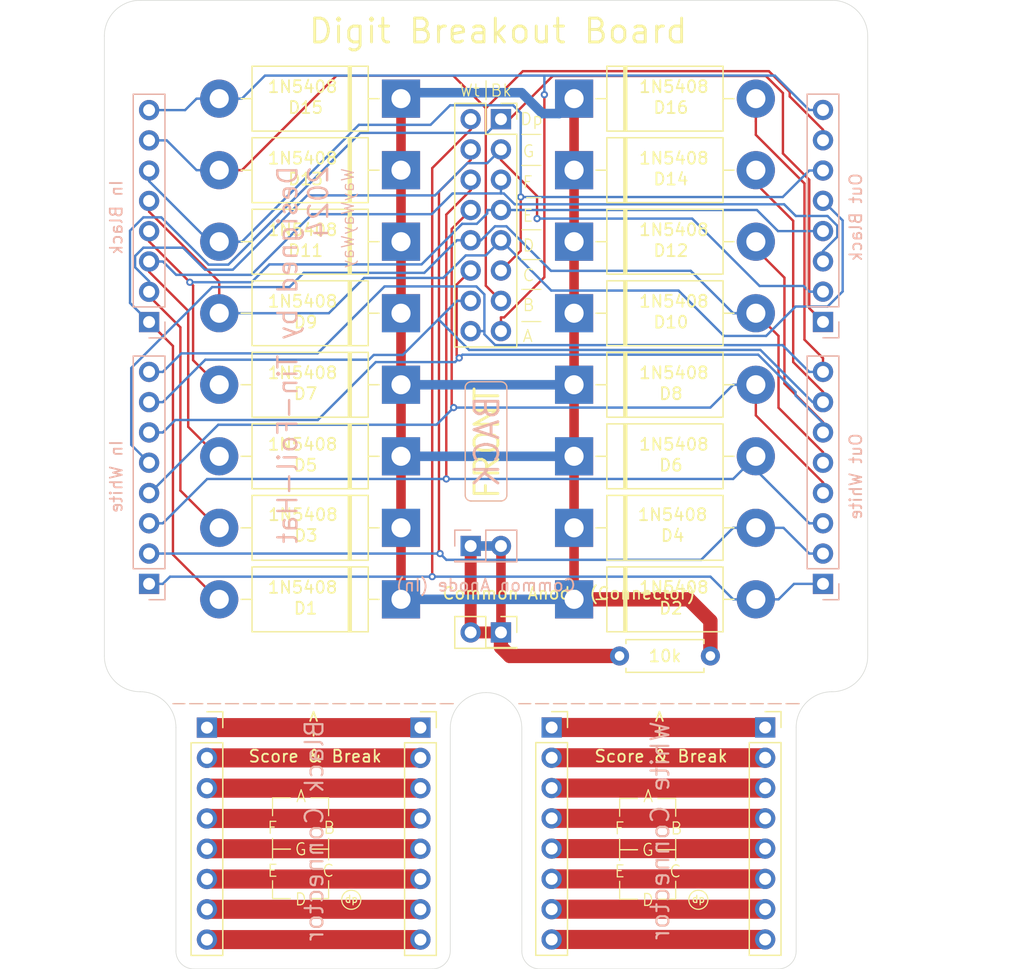
<source format=kicad_pcb>
(kicad_pcb (version 20240108) (generator "pcbnew") (generator_version "8.0")
  (layers (0 "F.Cu" signal) (31 "B.Cu" signal) (34 "B.Paste" user) (35 "F.Paste" user) (36 "B.SilkS" user "B.Silkscreen") (37 "F.SilkS" user "F.Silkscreen") (38 "B.Mask" user) (39 "F.Mask" user) (44 "Edge.Cuts" user))
  (net 0 "")
  (net 1 "Net-(D1-A)")
  (net 2 "Com Anode")
  (net 3 "Net-(D2-A)")
  (net 4 "Net-(D3-A)")
  (net 5 "Net-(D4-A)")
  (net 6 "Net-(D5-A)")
  (net 7 "Net-(D6-A)")
  (net 8 "Net-(D7-A)")
  (net 9 "Net-(D8-A)")
  (net 10 "Net-(D9-A)")
  (net 11 "Net-(D10-A)")
  (net 12 "Net-(D11-A)")
  (net 13 "Net-(D12-A)")
  (net 14 "Net-(D13-A)")
  (net 15 "Net-(D14-A)")
  (net 16 "Net-(D15-A)")
  (net 17 "Net-(D16-A)")
  (net 18 "Net-(J10-Pin_6)")
  (net 19 "Net-(J10-Pin_2)")
  (net 20 "Net-(J10-Pin_5)")
  (net 21 "Net-(J10-Pin_7)")
  (net 22 "Net-(J10-Pin_8)")
  (net 23 "Net-(J10-Pin_1)")
  (net 24 "Net-(J10-Pin_4)")
  (net 25 "Net-(J10-Pin_3)")
  (net 26 "Net-(J11-Pin_6)")
  (net 27 "Net-(J11-Pin_2)")
  (net 28 "Net-(J11-Pin_5)")
  (net 29 "Net-(J11-Pin_7)")
  (net 30 "Net-(J11-Pin_8)")
  (net 31 "Net-(J11-Pin_1)")
  (net 32 "Net-(J11-Pin_4)")
  (net 33 "Net-(J11-Pin_3)")
  (net 34 "Net-(D1-K)")
  (footprint "Connector_PinSocket_2.54mm:PinSocket_1x08_P2.54mm_Vertical" (layer "F.Cu") (at 147.5 122.25)
    (property "Reference" "J9" (hide yes))
    (property "Value" "White (Out - Out)" (hide yes))
  )
  (footprint "Diode_THT:D_DO-201AD_P15.24mm_Horizontal" (layer "F.Cu") (at 134.87 99.5 180)
    (property "Reference" "D5")
    (property "Value" "1N5408")
  )
  (footprint "Connector_PinSocket_2.54mm:PinSocket_2x08_P2.54mm_Vertical" (layer "F.Cu") (at 143.25 71.22)
    (property "Reference" "J12" (hide yes))
    (property "Value" "Black and White (Conn)" (hide yes))
  )
  (footprint "Diode_THT:D_DO-201AD_P15.24mm_Horizontal" (layer "F.Cu") (at 149.38 111.5)
    (property "Reference" "D2")
    (property "Value" "1N5408")
  )
  (footprint "Diode_THT:D_DO-201AD_P15.24mm_Horizontal" (layer "F.Cu") (at 149.38 81.5)
    (property "Reference" "D12")
    (property "Value" "1N5408")
  )
  (footprint "Diode_THT:D_DO-201AD_P15.24mm_Horizontal" (layer "F.Cu") (at 134.87 105.5 180)
    (property "Reference" "D3")
    (property "Value" "1N5408")
  )
  (footprint "Diode_THT:D_DO-201AD_P15.24mm_Horizontal" (layer "F.Cu") (at 149.38 93.5)
    (property "Reference" "D8")
    (property "Value" "1N5408")
  )
  (footprint "Diode_THT:D_DO-201AD_P15.24mm_Horizontal" (layer "F.Cu") (at 134.87 93.5 180)
    (property "Reference" "D7")
    (property "Value" "1N5408")
  )
  (footprint "Diode_THT:D_DO-201AD_P15.24mm_Horizontal" (layer "F.Cu") (at 149.38 99.5)
    (property "Reference" "D6")
    (property "Value" "1N5408")
  )
  (footprint "Connector_PinSocket_2.54mm:PinSocket_2x01_P2.54mm_Vertical" (layer "F.Cu") (at 143.25 114.275)
    (property "Reference" "J3" (hide yes))
    (property "Value" "Common Anode (Connector)")
  )
  (footprint "Connector_PinSocket_2.54mm:PinSocket_1x08_P2.54mm_Vertical" (layer "F.Cu") (at 136.5 122.26)
    (property "Reference" "J10" (hide yes))
    (property "Value" "Black (Out - Out)" (hide yes))
  )
  (footprint "Diode_THT:D_DO-201AD_P15.24mm_Horizontal" (layer "F.Cu") (at 149.38 75.5)
    (property "Reference" "D14")
    (property "Value" "1N5408")
  )
  (footprint "Diode_THT:D_DO-201AD_P15.24mm_Horizontal" (layer "F.Cu") (at 134.87 69.5 180)
    (property "Reference" "D15")
    (property "Value" "1N5408")
  )
  (footprint "Resistor_THT:R_Axial_DIN0207_L6.3mm_D2.5mm_P7.62mm_Horizontal" (layer "F.Cu") (at 160.81 116.25 180)
    (property "Reference" "R1" (hide yes))
    (property "Value" "10k")
  )
  (footprint "Diode_THT:D_DO-201AD_P15.24mm_Horizontal" (layer "F.Cu") (at 134.87 87.5 180)
    (property "Reference" "D9")
    (property "Value" "1N5408")
  )
  (footprint "Diode_THT:D_DO-201AD_P15.24mm_Horizontal" (layer "F.Cu") (at 134.87 81.5 180)
    (property "Reference" "D11")
    (property "Value" "1N5408")
  )
  (footprint "Connector_PinSocket_2.54mm:PinSocket_1x08_P2.54mm_Vertical" (layer "F.Cu") (at 118.6 122.26)
    (property "Reference" "J8" (hide yes))
    (property "Value" "Black Connector" (hide yes))
  )
  (footprint "Diode_THT:D_DO-201AD_P15.24mm_Horizontal" (layer "F.Cu") (at 149.38 105.5)
    (property "Reference" "D4")
    (property "Value" "1N5408")
  )
  (footprint "Diode_THT:D_DO-201AD_P15.24mm_Horizontal" (layer "F.Cu") (at 149.38 87.5)
    (property "Reference" "D10")
    (property "Value" "1N5408")
  )
  (footprint "Connector_PinSocket_2.54mm:PinSocket_1x08_P2.54mm_Vertical" (layer "F.Cu") (at 165.4 122.25)
    (property "Reference" "J11" (hide yes))
    (property "Value" "White Connector" (hide yes))
  )
  (footprint "Diode_THT:D_DO-201AD_P15.24mm_Horizontal" (layer "F.Cu") (at 134.87 111.5 180)
    (property "Reference" "D1")
    (property "Value" "1N5408")
  )
  (footprint "Diode_THT:D_DO-201AD_P15.24mm_Horizontal" (layer "F.Cu") (at 149.38 69.5)
    (property "Reference" "D16")
    (property "Value" "1N5408")
  )
  (footprint "Diode_THT:D_DO-201AD_P15.24mm_Horizontal" (layer "F.Cu") (at 134.87 75.5 180)
    (property "Reference" "D13")
    (property "Value" "1N5408")
  )
  (footprint "Connector_PinSocket_2.54mm:PinSocket_1x08_P2.54mm_Vertical" (layer "B.Cu") (at 170.25 88.23)
    (property "Reference" "J6" (hide yes))
    (property "Value" "Out Black")
  )
  (footprint "Connector_PinSocket_2.54mm:PinSocket_2x01_P2.54mm_Vertical" (layer "B.Cu") (at 140.71 107.025 180)
    (property "Reference" "J5" (hide yes))
    (property "Value" "Common Anode (In)")
  )
  (footprint "Connector_PinSocket_2.54mm:PinSocket_1x08_P2.54mm_Vertical" (layer "B.Cu") (at 113.75 110.2)
    (property "Reference" "J2" (hide yes))
    (property "Value" "In White")
  )
  (footprint "Connector_PinSocket_2.54mm:PinSocket_1x08_P2.54mm_Vertical" (layer "B.Cu") (at 113.75 88.24)
    (property "Reference" "J1" (hide yes))
    (property "Value" "In Black")
  )
  (footprint "Connector_PinSocket_2.54mm:PinSocket_1x08_P2.54mm_Vertical" (layer "B.Cu") (at 170.25 110.2)
    (property "Reference" "J7" (hide yes))
    (property "Value" "Out White")
  )
  (gr_arc (start 140.75 103.25) (mid 140.396447 103.103553) (end 140.25 102.75) (stroke (width 0.1)) (layer "B.SilkS"))
  (gr_line (start 168.25 120.25) (end 144.75 120.25) (stroke (width 0.1) (type dash)) (layer "B.SilkS"))
  (gr_line (start 140.75 93.25) (end 143.25 93.25) (stroke (width 0.1)) (layer "B.SilkS"))
  (gr_arc (start 143.25 93.25) (mid 143.603553 93.396447) (end 143.75 93.75) (stroke (width 0.1)) (layer "B.SilkS"))
  (gr_arc (start 143.75 102.75) (mid 143.603553 103.103553) (end 143.25 103.25) (stroke (width 0.1)) (layer "B.SilkS"))
  (gr_line (start 143.75 93.75) (end 143.75 102.75) (stroke (width 0.1)) (layer "B.SilkS"))
  (gr_line (start 139.25 120.25) (end 115.75 120.25) (stroke (width 0.1) (type dash)) (layer "B.SilkS"))
  (gr_line (start 143.25 103.25) (end 140.75 103.25) (stroke (width 0.1)) (layer "B.SilkS"))
  (gr_line (start 140.25 102.75) (end 140.25 93.75) (stroke (width 0.1)) (layer "B.SilkS"))
  (gr_arc (start 140.25 93.75) (mid 140.396447 93.396447) (end 140.75 93.25) (stroke (width 0.1)) (layer "B.SilkS"))
  (gr_line (start 157.9 136.65) (end 157.9 135.15) (stroke (width 0.1)) (layer "F.SilkS"))
  (gr_line (start 128.8 132.45) (end 128.8 131.55) (stroke (width 0.1)) (layer "F.SilkS"))
  (gr_line (start 128.8 128.15) (end 128.8 129.65) (stroke (width 0.1)) (layer "F.SilkS"))
  (gr_line (start 128.8 136.6) (end 128.8 135.1) (stroke (width 0.1)) (layer "F.SilkS"))
  (gr_line (start 124.1 132.45) (end 125.6 132.45) (stroke (width 0.1)) (layer "F.SilkS"))
  (gr_circle (center 130.7 136.7) (end 130.7 137.5) (stroke (width 0.1)) (fill none) (layer "F.SilkS"))
  (gr_line (start 139.25 120.25) (end 115.75 120.25) (stroke (width 0.1) (type dash)) (layer "F.SilkS"))
  (gr_line (start 157.9 132.5) (end 156.4 132.5) (stroke (width 0.1)) (layer "F.SilkS"))
  (gr_circle (center 159.8 136.7) (end 159.8 137.5) (stroke (width 0.1)) (fill none) (layer "F.SilkS"))
  (gr_line (start 153.2 136.65) (end 153.2 135.15) (stroke (width 0.1)) (layer "F.SilkS"))
  (gr_line (start 168.25 120.25) (end 144.75 120.25) (stroke (width 0.1) (type dash)) (layer "F.SilkS"))
  (gr_line (start 145 83) (end 146.6 83) (stroke (width 0.1)) (layer "F.SilkS"))
  (gr_line (start 157.9 132.5) (end 157.9 131.6) (stroke (width 0.1)) (layer "F.SilkS"))
  (gr_line (start 128.8 128.15) (end 127.3 128.15) (stroke (width 0.1)) (layer "F.SilkS"))
  (gr_arc (start 143.75 102.75) (mid 143.603553 103.103553) (end 143.25 103.25) (stroke (width 0.1)) (layer "F.SilkS"))
  (gr_line (start 157.9 133.4) (end 157.9 132.5) (stroke (width 0.1)) (layer "F.SilkS"))
  (gr_line (start 142 68) (end 142 69.6) (stroke (width 0.1)) (layer "F.SilkS"))
  (gr_line (start 128.8 136.6) (end 127.3 136.6) (stroke (width 0.1)) (layer "F.SilkS"))
  (gr_line (start 124.1 128.15) (end 124.1 129.65) (stroke (width 0.1)) (layer "F.SilkS"))
  (gr_line (start 153.2 128.2) (end 154.7 128.2) (stroke (width 0.1)) (layer "F.SilkS"))
  (gr_arc (start 140.25 93.75) (mid 140.396447 93.396447) (end 140.75 93.25) (stroke (width 0.1)) (layer "F.SilkS"))
  (gr_line (start 153.2 132.5) (end 153.2 131.6) (stroke (width 0.1)) (layer "F.SilkS"))
  (gr_line (start 153.2 132.5) (end 154.7 132.5) (stroke (width 0.1)) (layer "F.SilkS"))
  (gr_line (start 145.4 77.8) (end 146.6 77.8) (stroke (width 0.1)) (layer "F.SilkS"))
  (gr_line (start 157.9 128.2) (end 157.9 129.7) (stroke (width 0.1)) (layer "F.SilkS"))
  (gr_line (start 128.8 132.45) (end 127.3 132.45) (stroke (width 0.1)) (layer "F.SilkS"))
  (gr_line (start 145 80.5) (end 146.6 80.5) (stroke (width 0.1)) (layer "F.SilkS"))
  (gr_line (start 145 75.1) (end 146.6 75.1) (stroke (width 0.1)) (layer "F.SilkS"))
  (gr_line (start 124.1 136.6) (end 124.1 135.1) (stroke (width 0.1)) (layer "F.SilkS"))
  (gr_line (start 157.9 132.5) (end 156.4 132.5) (stroke (width 0.1)) (layer "F.SilkS"))
  (gr_line (start 145 85.5) (end 146.6 85.5) (stroke (width 0.1)) (layer "F.SilkS"))
  (gr_line (start 128.8 133.35) (end 128.8 132.45) (stroke (width 0.1)) (layer "F.SilkS"))
  (gr_line (start 153.2 133.4) (end 153.2 132.5) (stroke (width 0.1)) (layer "F.SilkS"))
  (gr_line (start 140.75 93.25) (end 143.25 93.25) (stroke (width 0.1)) (layer "F.SilkS"))
  (gr_line (start 157.9 128.2) (end 156.4 128.2) (stroke (width 0.1)) (layer "F.SilkS"))
  (gr_line (start 153.2 132.5) (end 154.7 132.5) (stroke (width 0.1)) (layer "F.SilkS"))
  (gr_line (start 143.75 93.75) (end 143.75 102.75) (stroke (width 0.1)) (layer "F.SilkS"))
  (gr_line (start 124.1 133.35) (end 124.1 132.45) (stroke (width 0.1)) (layer "F.SilkS"))
  (gr_line (start 157.9 136.65) (end 156.4 136.65) (stroke (width 0.1)) (layer "F.SilkS"))
  (gr_line (start 124.1 136.6) (end 125.6 136.6) (stroke (width 0.1)) (layer "F.SilkS"))
  (gr_line (start 146.6 88.2) (end 145 88.2) (stroke (width 0.1)) (layer "F.SilkS"))
  (gr_line (start 153.2 128.2) (end 153.2 129.7) (stroke (width 0.1)) (layer "F.SilkS"))
  (gr_line (start 145 72.5) (end 146.6 72.5) (stroke (width 0.1)) (layer "F.SilkS"))
  (gr_line (start 128.8 132.45) (end 127.3 132.45) (stroke (width 0.1)) (layer "F.SilkS"))
  (gr_line (start 124.1 132.45) (end 125.6 132.45) (stroke (width 0.1)) (layer "F.SilkS"))
  (gr_line (start 143.25 103.25) (end 140.75 103.25) (stroke (width 0.1)) (layer "F.SilkS"))
  (gr_line (start 124.1 128.15) (end 125.6 128.15) (stroke (width 0.1)) (layer "F.SilkS"))
  (gr_line (start 140.25 102.75) (end 140.25 93.75) (stroke (width 0.1)) (layer "F.SilkS"))
  (gr_line (start 124.1 132.45) (end 124.1 131.55) (stroke (width 0.1)) (layer "F.SilkS"))
  (gr_line (start 153.2 136.65) (end 154.7 136.65) (stroke (width 0.1)) (layer "F.SilkS"))
  (gr_arc (start 140.75 103.25) (mid 140.396447 103.103553) (end 140.25 102.75) (stroke (width 0.1)) (layer "F.SilkS"))
  (gr_arc (start 143.25 93.25) (mid 143.603553 93.396447) (end 143.75 93.75) (stroke (width 0.1)) (layer "F.SilkS"))
  (gr_line (start 144.99897 122.399973) (end 145.000001 141) (stroke (width 0.05)) (layer "Edge.Cuts"))
  (gr_arc (start 112.999999 119.250001) (mid 110.878679 118.371321) (end 109.999999 116.250001) (stroke (width 0.05)) (layer "Edge.Cuts"))
  (gr_arc (start 117.5 142.5) (mid 116.43934 142.06066) (end 116 141) (stroke (width 0.05)) (layer "Edge.Cuts"))
  (gr_arc (start 174 116.25) (mid 173.12132 118.37132) (end 171 119.25) (stroke (width 0.05)) (layer "Edge.Cuts"))
  (gr_arc (start 139 141.000001) (mid 138.56066 142.060661) (end 137.5 142.500001) (stroke (width 0.05)) (layer "Edge.Cuts"))
  (gr_arc (start 139.000001 122.32132) (mid 139.87868 120.2) (end 142 119.32132) (stroke (width 0.05)) (layer "Edge.Cuts"))
  (gr_arc (start 171 61.25) (mid 173.12132 62.12868) (end 174 64.25) (stroke (width 0.05)) (layer "Edge.Cuts"))
  (gr_arc (start 146.500001 142.5) (mid 145.439341 142.06066) (end 145.000001 141) (stroke (width 0.05)) (layer "Edge.Cuts"))
  (gr_line (start 117.5 142.5) (end 137.5 142.500001) (stroke (width 0.05)) (layer "Edge.Cuts"))
  (gr_line (start 166.499999 142.500001) (end 146.500001 142.5) (stroke (width 0.05)) (layer "Edge.Cuts"))
  (gr_line (start 167.999999 141.000001) (end 168 122.250001) (stroke (width 0.05)) (layer "Edge.Cuts"))
  (gr_arc (start 167.999999 141.000001) (mid 167.560659 142.060661) (end 166.499999 142.500001) (stroke (width 0.05)) (layer "Edge.Cuts"))
  (gr_arc (start 110 64.25) (mid 110.87868 62.12868) (end 113 61.25) (stroke (width 0.05)) (layer "Edge.Cuts"))
  (gr_line (start 174 64.25) (end 174 116.25) (stroke (width 0.05)) (layer "Edge.Cuts"))
  (gr_line (start 115.999999 122.25) (end 116 141) (stroke (width 0.05)) (layer "Edge.Cuts"))
  (gr_line (start 139 141.000001) (end 139.000001 122.32132) (stroke (width 0.05)) (layer "Edge.Cuts"))
  (gr_arc (start 142 119.32132) (mid 144.148949 120.227992) (end 144.99897 122.399973) (stroke (width 0.05)) (layer "Edge.Cuts"))
  (gr_arc (start 168 122.250001) (mid 168.878679 120.12868) (end 171 119.25) (stroke (width 0.05)) (layer "Edge.Cuts"))
  (gr_arc (start 112.999999 119.250001) (mid 115.121319 120.12868) (end 115.999999 122.25) (stroke (width 0.05)) (layer "Edge.Cuts"))
  (gr_line (start 109.999999 116.250001) (end 110 64.25) (stroke (width 0.05)) (layer "Edge.Cuts"))
  (gr_line (start 113 61.25) (end 171 61.25) (stroke (width 0.05)) (layer "Edge.Cuts"))
  (gr_text "BACK" (at 143.25 94.25 90) (layer "B.SilkS") (effects (font (size 2 2) (thickness 0.24)) (justify left bottom mirror)))
  (gr_text "Black Connector" (at 127.6 130.9 90) (layer "B.SilkS") (effects (font (size 1.5 1.5) (thickness 0.18)) (justify mirror)))
  (gr_text "White Connector" (at 156.6 130.9 90) (layer "B.SilkS") (effects (font (size 1.5 1.5) (thickness 0.18)) (justify mirror)))
  (gr_text "Designed by Tin-Foil-Hat\n2024" (at 128.88 75 90) (layer "B.SilkS") (effects (font (size 1.6 1.6) (thickness 0.2)) (justify left bottom mirror)))
  (gr_text "WayWayWay" (at 131 75.25 90) (layer "B.SilkS") (effects (font (size 1 1) (thickness 0.1)) (justify left bottom mirror)))
  (gr_text "A" (at 145 90 0) (layer "F.SilkS") (effects (font (size 1 1) (thickness 0.1)) (justify left bottom)))
  (gr_text "Wt" (at 139.7 69.4 0) (layer "F.SilkS") (effects (font (size 1 1) (thickness 0.1)) (justify left bottom)))
  (gr_text "B" (at 128.3 131.25 0) (layer "F.SilkS") (effects (font (size 1 1) (thickness 0.1)) (justify left bottom)))
  (gr_text "dp" (at 159.2 137 0) (layer "F.SilkS") (effects (font (size 0.6 0.6) (thickness 0.1)) (justify left bottom)))
  (gr_text "A" (at 126 128.6 0) (layer "F.SilkS") (effects (font (size 1 1) (thickness 0.1)) (justify left bottom)))
  (gr_text "->" (at 128.05 123.275 90) (layer "F.SilkS") (effects (font (size 1 1)) (justify left bottom)))
  (gr_text "G" (at 155 133.1 0) (layer "F.SilkS") (effects (font (size 1 1) (thickness 0.1)) (justify left bottom)))
  (gr_text "C" (at 145 84.9 0) (layer "F.SilkS") (effects (font (size 1 1) (thickness 0.1)) (justify left bottom)))
  (gr_text "E" (at 152.7 134.9 0) (layer "F.SilkS") (effects (font (size 1 1) (thickness 0.1)) (justify left bottom)))
  (gr_text "B" (at 145 87.4 0) (layer "F.SilkS") (effects (font (size 1 1) (thickness 0.1)) (justify left bottom)))
  (gr_text "dp" (at 130.1 137 0) (layer "F.SilkS") (effects (font (size 0.6 0.6) (thickness 0.1)) (justify left bottom)))
  (gr_text "D" (at 145 82.4 0) (layer "F.SilkS") (effects (font (size 1 1) (thickness 0.1)) (justify left bottom)))
  (gr_text "F" (at 152.7 131.3 0) (layer "F.SilkS") (effects (font (size 1 1) (thickness 0.1)) (justify left bottom)))
  (gr_text "Bk" (at 142.3 69.4 0) (layer "F.SilkS") (effects (font (size 1 1) (thickness 0.1)) (justify left bottom)))
  (gr_text "D" (at 155 137.3 0) (layer "F.SilkS") (effects (font (size 1 1) (thickness 0.1)) (justify left bottom)))
  (gr_text "E" (at 123.6 134.85 0) (layer "F.SilkS") (effects (font (size 1 1) (thickness 0.1)) (justify left bottom)))
  (gr_text "C" (at 128.2 134.85 0) (layer "F.SilkS") (effects (font (size 1 1) (thickness 0.1)) (justify left bottom)))
  (gr_text "A" (at 155.1 128.6 0) (layer "F.SilkS") (effects (font (size 1 1) (thickness 0.1)) (justify left bottom)))
  (gr_text "C" (at 157.3 134.9 0) (layer "F.SilkS") (effects (font (size 1 1) (thickness 0.1)) (justify left bottom)))
  (gr_text "F" (at 123.6 131.25 0) (layer "F.SilkS") (effects (font (size 1 1) (thickness 0.1)) (justify left bottom)))
  (gr_text "D" (at 125.9 137.25 0) (layer "F.SilkS") (effects (font (size 1 1) (thickness 0.1)) (justify left bottom)))
  (gr_text "G" (at 125.9 133.05 0) (layer "F.SilkS") (effects (font (size 1 1) (thickness 0.1)) (justify left bottom)))
  (gr_text "FRONT\n" (at 143.25 103.25 90) (layer "F.SilkS") (effects (font (size 2 2) (thickness 0.24)) (justify left bottom)))
  (gr_text "Dp" (at 144.8 71.8 0) (layer "F.SilkS") (effects (font (size 1 1) (thickness 0.1)) (justify left bottom)))
  (gr_text "B" (at 157.4 131.3 0) (layer "F.SilkS") (effects (font (size 1 1) (thickness 0.1)) (justify left bottom)))
  (gr_text "->" (at 157.05 123.275 90) (layer "F.SilkS") (effects (font (size 1 1)) (justify left bottom)))
  (gr_text "E" (at 145 79.9 0) (layer "F.SilkS") (effects (font (size 1 1) (thickness 0.1)) (justify left bottom)))
  (gr_text "Score & Break" (at 122 125.25 0) (layer "F.SilkS") (effects (font (size 1 1)) (justify left bottom)))
  (gr_text "Score & Break" (at 151 125.25 0) (layer "F.SilkS") (effects (font (size 1 1)) (justify left bottom)))
  (gr_text "F" (at 145 77.1 0) (layer "F.SilkS") (effects (font (size 1 1) (thickness 0.1)) (justify left bottom)))
  (gr_text "G" (at 145 74.5 0) (layer "F.SilkS") (effects (font (size 1 1) (thickness 0.1)) (justify left bottom)))
  (gr_text "Digit Breakout Board" (at 127 65 0) (layer "F.SilkS") (effects (font (size 2 2) (thickness 0.24)) (justify left bottom)))
  (segment (start 166.8907 74.099) (end 169.0983 76.3066) (width 0.2) (layer "F.Cu") (net 1))
  (segment (start 169.0983 76.3066) (end 169.0983 87.0783) (width 0.2) (layer "F.Cu") (net 1))
  (segment (start 166.8907 69.0295) (end 166.8907 74.099) (width 0.2) (layer "F.Cu") (net 1))
  (segment (start 113.75 88.24) (end 113.75 88.25) (width 0.2) (layer "F.Cu") (net 1))
  (segment (start 119.5 111.5) (end 119.63 111.5) (width 0.2) (layer "F.Cu") (net 1))
  (segment (start 165.4595 67.5983) (end 166.8907 69.0295) (width 0.2) (layer "F.Cu") (net 1))
  (segment (start 147.5915 67.5983) (end 165.4595 67.5983) (width 0.2) (layer "F.Cu") (net 1))
  (segment (start 143.25 71.22) (end 143.9698 71.22) (width 0.2) (layer "F.Cu") (net 1))
  (segment (start 169.0983 87.0783) (end 170.25 88.23) (width 0.2) (layer "F.Cu") (net 1))
  (segment (start 115.75 107.75) (end 119.5 111.5) (width 0.2) (layer "F.Cu") (net 1))
  (segment (start 115.75 90.25) (end 115.75 107.75) (width 0.2) (layer "F.Cu") (net 1))
  (segment (start 143.9698 71.22) (end 147.5915 67.5983) (width 0.2) (layer "F.Cu") (net 1))
  (segment (start 113.75 88.25) (end 115.75 90.25) (width 0.2) (layer "F.Cu") (net 1))
  (segment (start 142.0983 72.3717) (end 131.4477 72.3717) (width 0.2) (layer "B.Cu") (net 1))
  (segment (start 120.3962 83.4232) (end 118.7381 83.4232) (width 0.2) (layer "B.Cu") (net 1))
  (segment (start 112.1519 86.6419) (end 113.75 88.24) (width 0.2) (layer "B.Cu") (net 1))
  (segment (start 131.4477 72.3717) (end 120.3962 83.4232) (width 0.2) (layer "B.Cu") (net 1))
  (segment (start 114.7723 79.4574) (end 113.2708 79.4574) (width 0.2) (layer "B.Cu") (net 1))
  (segment (start 143.25 71.22) (end 142.0983 72.3717) (width 0.2) (layer "B.Cu") (net 1))
  (segment (start 112.1519 80.5763) (end 112.1519 86.6419) (width 0.2) (layer "B.Cu") (net 1))
  (segment (start 118.7381 83.4232) (end 114.7723 79.4574) (width 0.2) (layer "B.Cu") (net 1))
  (segment (start 113.2708 79.4574) (end 112.1519 80.5763) (width 0.2) (layer "B.Cu") (net 1))
  (segment (start 143.25 115.5) (end 144 116.25) (width 1.2) (layer "F.Cu") (net 2))
  (segment (start 143.25 107.025) (end 143.25 114.275) (width 0.8) (layer "F.Cu") (net 2))
  (segment (start 143.25 114.275) (end 143.25 115.5) (width 1.2) (layer "F.Cu") (net 2))
  (segment (start 140.71 114.275) (end 140.71 107.025) (width 1) (layer "F.Cu") (net 2))
  (segment (start 143.25 114.275) (end 140.71 114.275) (width 1) (layer "F.Cu") (net 2))
  (segment (start 144 116.25) (end 153.19 116.25) (width 1.2) (layer "F.Cu") (net 2))
  (segment (start 152.94 116.5) (end 153.19 116.25) (width 0.8) (layer "B.Cu") (net 2))
  (segment (start 143.25 107.025) (end 140.71 107.025) (width 0.8) (layer "B.Cu") (net 2))
  (segment (start 137.4864 75.3268) (end 137.4864 109.5983) (width 0.2) (layer "F.Cu") (net 3))
  (segment (start 140.71 72.1032) (end 137.4864 75.3268) (width 0.2) (layer "F.Cu") (net 3))
  (segment (start 140.71 71.22) (end 140.71 72.1032) (width 0.2) (layer "F.Cu") (net 3))
  (via (at 137.4864 109.5983) (size 0.6) (drill 0.3) (layers "F.Cu" "B.Cu") (net 3))
  (segment (start 167.8217 110.2) (end 166.5217 111.5) (width 0.2) (layer "B.Cu") (net 3))
  (segment (start 113.75 110.2) (end 114.9017 110.2) (width 0.2) (layer "B.Cu") (net 3))
  (segment (start 160.8166 109.5983) (end 162.7183 111.5) (width 0.2) (layer "B.Cu") (net 3))
  (segment (start 164.62 111.5) (end 166.5217 111.5) (width 0.2) (layer "B.Cu") (net 3))
  (segment (start 115.5034 109.5983) (end 137.4864 109.5983) (width 0.2) (layer "B.Cu") (net 3))
  (segment (start 137.4864 109.5983) (end 160.8166 109.5983) (width 0.2) (layer "B.Cu") (net 3))
  (segment (start 170.25 110.2) (end 167.8217 110.2) (width 0.2) (layer "B.Cu") (net 3))
  (segment (start 164.62 111.5) (end 162.7183 111.5) (width 0.2) (layer "B.Cu") (net 3))
  (segment (start 114.9017 110.2) (end 115.5034 109.5983) (width 0.2) (layer "B.Cu") (net 3))
  (segment (start 143.25 74.6432) (end 146.2773 77.6705) (width 0.2) (layer "F.Cu") (net 4))
  (segment (start 116.3743 88.6842) (end 116.3743 102.3743) (width 0.2) (layer "F.Cu") (net 4))
  (segment (start 143.25 73.76) (end 143.25 74.6432) (width 0.2) (layer "F.Cu") (net 4))
  (segment (start 116.3743 102.3743) (end 119.5 105.5) (width 0.2) (layer "F.Cu") (net 4))
  (segment (start 119.5 105.5) (end 119.63 105.5) (width 0.2) (layer "F.Cu") (net 4))
  (segment (start 113.75 86.0599) (end 116.3743 88.6842) (width 0.2) (layer "F.Cu") (net 4))
  (segment (start 113.75 85.7) (end 113.75 86.0599) (width 0.2) (layer "F.Cu") (net 4))
  (segment (start 146.2773 77.6705) (end 146.2773 79.5622) (width 0.2) (layer "F.Cu") (net 4))
  (via (at 146.2773 79.5622) (size 0.6) (drill 0.3) (layers "F.Cu" "B.Cu") (net 4))
  (segment (start 142.0983 74.9117) (end 140.4305 74.9117) (width 0.2) (layer "B.Cu") (net 4))
  (segment (start 120.7685 83.8506) (end 118.4459 83.8506) (width 0.2) (layer "B.Cu") (net 4))
  (segment (start 118.4459 83.8506) (end 116.597 82.0017) (width 0.2) (layer "B.Cu") (net 4))
  (segment (start 113.2735 82.0017) (end 112.5767 82.6985) (width 0.2) (layer "B.Cu") (net 4))
  (segment (start 137.7258 77.6164) (end 127.0027 77.6164) (width 0.2) (layer "B.Cu") (net 4))
  (segment (start 140.4305 74.9117) (end 137.7258 77.6164) (width 0.2) (layer "B.Cu") (net 4))
  (segment (start 169.0983 85.69) (end 168.6209 85.2126) (width 0.2) (layer "B.Cu") (net 4))
  (segment (start 170.25 85.69) (end 169.0983 85.69) (width 0.2) (layer "B.Cu") (net 4))
  (segment (start 164.9326 85.2126) (end 159.2822 79.5622) (width 0.2) (layer "B.Cu") (net 4))
  (segment (start 168.6209 85.2126) (end 164.9326 85.2126) (width 0.2) (layer "B.Cu") (net 4))
  (segment (start 112.5767 82.6985) (end 112.5767 83.6435) (width 0.2) (layer "B.Cu") (net 4))
  (segment (start 113.75 84.8168) (end 113.75 85.7) (width 0.2) (layer "B.Cu") (net 4))
  (segment (start 116.597 82.0017) (end 113.2735 82.0017) (width 0.2) (layer "B.Cu") (net 4))
  (segment (start 127.0027 77.6164) (end 120.7685 83.8506) (width 0.2) (layer "B.Cu") (net 4))
  (segment (start 143.25 73.76) (end 142.0983 74.9117) (width 0.2) (layer "B.Cu") (net 4))
  (segment (start 112.5767 83.6435) (end 113.75 84.8168) (width 0.2) (layer "B.Cu") (net 4))
  (segment (start 159.2822 79.5622) (end 146.2773 79.5622) (width 0.2) (layer "B.Cu") (net 4))
  (segment (start 140.71 73.76) (end 140.71 74.6432) (width 0.2) (layer "F.Cu") (net 5))
  (segment (start 140.71 74.6432) (end 138.0528 77.3004) (width 0.2) (layer "F.Cu") (net 5))
  (segment (start 138.0528 107.5678) (end 138.145 107.66) (width 0.2) (layer "F.Cu") (net 5))
  (segment (start 138.0528 77.3004) (end 138.0528 107.5678) (width 0.2) (layer "F.Cu") (net 5))
  (via (at 138.145 107.66) (size 0.6) (drill 0.3) (layers "F.Cu" "B.Cu") (net 5))
  (segment (start 113.75 107.66) (end 114.9017 107.66) (width 0.2) (layer "B.Cu") (net 5))
  (segment (start 162.7183 105.5) (end 160.0341 108.1842) (width 0.2) (layer "B.Cu") (net 5))
  (segment (start 138.6692 108.1842) (end 138.145 107.66) (width 0.2) (layer "B.Cu") (net 5))
  (segment (start 169.0983 107.66) (end 166.9383 105.5) (width 0.2) (layer "B.Cu") (net 5))
  (segment (start 166.9383 105.5) (end 164.62 105.5) (width 0.2) (layer "B.Cu") (net 5))
  (segment (start 170.25 107.66) (end 169.0983 107.66) (width 0.2) (layer "B.Cu") (net 5))
  (segment (start 164.62 105.5) (end 162.7183 105.5) (width 0.2) (layer "B.Cu") (net 5))
  (segment (start 114.9017 107.66) (end 138.145 107.66) (width 0.2) (layer "B.Cu") (net 5))
  (segment (start 160.0341 108.1842) (end 138.6692 108.1842) (width 0.2) (layer "B.Cu") (net 5))
  (segment (start 113.75 83.16) (end 113.75 84.0238) (width 0.2) (layer "F.Cu") (net 6))
  (segment (start 117.0287 97.0287) (end 119.5 99.5) (width 0.2) (layer "F.Cu") (net 6))
  (segment (start 117.0287 87.3025) (end 117.0287 97.0287) (width 0.2) (layer "F.Cu") (net 6))
  (segment (start 113.75 84.0238) (end 117.0287 87.3025) (width 0.2) (layer "F.Cu") (net 6))
  (segment (start 119.5 99.5) (end 119.63 99.5) (width 0.2) (layer "F.Cu") (net 6))
  (segment (start 114.9017 83.16) (end 116.0197 84.278) (width 0.2) (layer "B.Cu") (net 6))
  (segment (start 143.25 76.3) (end 143.25 77.4517) (width 0.2) (layer "B.Cu") (net 6))
  (segment (start 144.4017 78.3629) (end 143.4905 77.4517) (width 0.2) (layer "B.Cu") (net 6))
  (segment (start 113.75 83.16) (end 114.9017 83.16) (width 0.2) (layer "B.Cu") (net 6))
  (segment (start 137.4503 79.1938) (end 139.1924 77.4517) (width 0.2) (layer "B.Cu") (net 6))
  (segment (start 170.25 82.2862) (end 171.4489 81.0873) (width 0.2) (layer "B.Cu") (net 6))
  (segment (start 167.9679 79.34) (end 166.9909 78.363) (width 0.2) (layer "B.Cu") (net 6))
  (segment (start 170.6294 79.34) (end 167.9679 79.34) (width 0.2) (layer "B.Cu") (net 6))
  (segment (start 170.25 83.15) (end 170.25 82.2862) (width 0.2) (layer "B.Cu") (net 6))
  (segment (start 166.9909 78.363) (end 144.4017 78.363) (width 0.2) (layer "B.Cu") (net 6))
  (segment (start 144.4017 78.363) (end 144.4017 78.3629) (width 0.2) (layer "B.Cu") (net 6))
  (segment (start 122.3225 84.278) (end 127.4067 79.1938) (width 0.2) (layer "B.Cu") (net 6))
  (segment (start 143.4905 77.4517) (end 143.25 77.4517) (width 0.2) (layer "B.Cu") (net 6))
  (segment (start 116.0197 84.278) (end 122.3225 84.278) (width 0.2) (layer "B.Cu") (net 6))
  (segment (start 127.4067 79.1938) (end 137.4503 79.1938) (width 0.2) (layer "B.Cu") (net 6))
  (segment (start 139.1924 77.4517) (end 143.25 77.4517) (width 0.2) (layer "B.Cu") (net 6))
  (segment (start 171.4489 80.1595) (end 170.6294 79.34) (width 0.2) (layer "B.Cu") (net 6))
  (segment (start 171.4489 81.0873) (end 171.4489 80.1595) (width 0.2) (layer "B.Cu") (net 6))
  (segment (start 140.71 77.1832) (end 138.6665 79.2267) (width 0.2) (layer "F.Cu") (net 7))
  (segment (start 138.6665 79.2267) (end 138.6665 101.4) (width 0.2) (layer "F.Cu") (net 7))
  (segment (start 140.71 76.3) (end 140.71 77.1832) (width 0.2) (layer "F.Cu") (net 7))
  (via (at 138.6665 101.4) (size 0.6) (drill 0.3) (layers "F.Cu" "B.Cu") (net 7))
  (segment (start 138.6682 101.4017) (end 162.7183 101.4017) (width 0.2) (layer "B.Cu") (net 7))
  (segment (start 138.6648 101.4017) (end 118.62 101.4017) (width 0.2) (layer "B.Cu") (net 7))
  (segment (start 118.62 101.4017) (end 114.9017 105.12) (width 0.2) (layer "B.Cu") (net 7))
  (segment (start 138.6665 101.4) (end 138.6682 101.4017) (width 0.2) (layer "B.Cu") (net 7))
  (segment (start 138.6665 101.4) (end 138.6648 101.4017) (width 0.2) (layer "B.Cu") (net 7))
  (segment (start 162.7183 101.4017) (end 164.62 99.5) (width 0.2) (layer "B.Cu") (net 7))
  (segment (start 164.62 100.6417) (end 164.62 99.5) (width 0.2) (layer "B.Cu") (net 7))
  (segment (start 113.75 105.12) (end 114.9017 105.12) (width 0.2) (layer "B.Cu") (net 7))
  (segment (start 169.0983 105.12) (end 164.62 100.6417) (width 0.2) (layer "B.Cu") (net 7))
  (segment (start 170.25 105.12) (end 169.0983 105.12) (width 0.2) (layer "B.Cu") (net 7))
  (segment (start 117.4378 85.1716) (end 117.4378 91.4378) (width 0.2) (layer "F.Cu") (net 8))
  (segment (start 113.75 80.62) (end 113.75 81.4838) (width 0.2) (layer "F.Cu") (net 8))
  (segment (start 113.75 81.4838) (end 117.1663 84.9001) (width 0.2) (layer "F.Cu") (net 8))
  (segment (start 117.4378 91.4378) (end 119.5 93.5) (width 0.2) (layer "F.Cu") (net 8))
  (segment (start 117.1663 84.9001) (end 117.4378 85.1716) (width 0.2) (layer "F.Cu") (net 8))
  (segment (start 119.5 93.5) (end 119.63 93.5) (width 0.2) (layer "F.Cu") (net 8))
  (via (at 117.1663 84.9001) (size 0.6) (drill 0.3) (layers "F.Cu" "B.Cu") (net 8))
  (segment (start 117.1663 84.9001) (end 122.3369 84.9001) (width 0.2) (layer "B.Cu") (net 8))
  (segment (start 143.8259 78.84) (end 144.4017 78.84) (width 0.2) (layer "B.Cu") (net 8))
  (segment (start 139.9967 80) (end 141.2262 80) (width 0.2) (layer "B.Cu") (net 8))
  (segment (start 141.2262 80) (end 142.0983 79.1279) (width 0.2) (layer "B.Cu") (net 8))
  (segment (start 142.0983 78.84) (end 143.25 78.84) (width 0.2) (layer "B.Cu") (net 8))
  (segment (start 123.8338 83.4032) (end 136.5935 83.4032) (width 0.2) (layer "B.Cu") (net 8))
  (segment (start 142.0983 79.1279) (end 142.0983 78.84) (width 0.2) (layer "B.Cu") (net 8))
  (segment (start 143.8259 78.84) (end 143.25 78.84) (width 0.2) (layer "B.Cu") (net 8))
  (segment (start 144.4017 78.84) (end 164.7084 78.84) (width 0.2) (layer "B.Cu") (net 8))
  (segment (start 136.5935 83.4032) (end 139.9967 80) (width 0.2) (layer "B.Cu") (net 8))
  (segment (start 164.7084 78.84) (end 166.4784 80.61) (width 0.2) (layer "B.Cu") (net 8))
  (segment (start 122.3369 84.9001) (end 123.8338 83.4032) (width 0.2) (layer "B.Cu") (net 8))
  (segment (start 166.4784 80.61) (end 170.25 80.61) (width 0.2) (layer "B.Cu") (net 8))
  (segment (start 139.1198 95.2468) (end 139.286 95.413) (width 0.2) (layer "F.Cu") (net 9))
  (segment (start 139.1198 80.4302) (end 139.1198 95.2468) (width 0.2) (layer "F.Cu") (net 9))
  (segment (start 164.62 93.5) (end 164.62 96.0668) (width 0.2) (layer "F.Cu") (net 9))
  (segment (start 140.71 78.84) (end 139.1198 80.4302) (width 0.2) (layer "F.Cu") (net 9))
  (segment (start 170.25 101.6968) (end 170.25 102.58) (width 0.2) (layer "F.Cu") (net 9))
  (segment (start 164.62 96.0668) (end 170.25 101.6968) (width 0.2) (layer "F.Cu") (net 9))
  (via (at 139.286 95.413) (size 0.6) (drill 0.3) (layers "F.Cu" "B.Cu") (net 9))
  (segment (start 160.8053 95.413) (end 139.286 95.413) (width 0.2) (layer "B.Cu") (net 9))
  (segment (start 113.822 102.58) (end 119.5477 96.8543) (width 0.2) (layer "B.Cu") (net 9))
  (segment (start 137.8447 96.8543) (end 139.286 95.413) (width 0.2) (layer "B.Cu") (net 9))
  (segment (start 113.75 102.58) (end 113.822 102.58) (width 0.2) (layer "B.Cu") (net 9))
  (segment (start 119.5477 96.8543) (end 137.8447 96.8543) (width 0.2) (layer "B.Cu") (net 9))
  (segment (start 164.62 93.5) (end 162.7183 93.5) (width 0.2) (layer "B.Cu") (net 9))
  (segment (start 162.7183 93.5) (end 160.8053 95.413) (width 0.2) (layer "B.Cu") (net 9))
  (segment (start 113.75 78.9856) (end 119.63 84.8656) (width 0.2) (layer "F.Cu") (net 10))
  (segment (start 119.63 84.8656) (end 119.63 87.5) (width 0.2) (layer "F.Cu") (net 10))
  (segment (start 113.75 78.08) (end 113.75 78.9856) (width 0.2) (layer "F.Cu") (net 10))
  (segment (start 158.1373 85.5983) (end 161.9418 89.4028) (width 0.2) (layer "B.Cu") (net 10))
  (segment (start 138.4098 84.5385) (end 140.2983 82.65) (width 0.2) (layer "B.Cu") (net 10))
  (segment (start 147.4683 85.5983) (end 158.1373 85.5983) (width 0.2) (layer "B.Cu") (net 10))
  (segment (start 119.63 87.5) (end 128.8202 87.5) (width 0.2) (layer "B.Cu") (net 10))
  (segment (start 131.7817 84.5385) (end 138.4098 84.5385) (width 0.2) (layer "B.Cu") (net 10))
  (segment (start 161.9418 89.4028) (end 165.487 89.4028) (width 0.2) (layer "B.Cu") (net 10))
  (segment (start 143.25 81.38) (end 147.4683 85.5983) (width 0.2) (layer "B.Cu") (net 10))
  (segment (start 170.6335 86.9374) (end 171.8993 85.6716) (width 0.2) (layer "B.Cu") (net 10))
  (segment (start 141.98 82.65) (end 143.25 81.38) (width 0.2) (layer "B.Cu") (net 10))
  (segment (start 171.8993 79.7193) (end 170.25 78.07) (width 0.2) (layer "B.Cu") (net 10))
  (segment (start 140.2983 82.65) (end 141.98 82.65) (width 0.2) (layer "B.Cu") (net 10))
  (segment (start 165.487 89.4028) (end 167.9524 86.9374) (width 0.2) (layer "B.Cu") (net 10))
  (segment (start 167.9524 86.9374) (end 170.6335 86.9374) (width 0.2) (layer "B.Cu") (net 10))
  (segment (start 128.8202 87.5) (end 131.7817 84.5385) (width 0.2) (layer "B.Cu") (net 10))
  (segment (start 171.8993 85.6716) (end 171.8993 79.7193) (width 0.2) (layer "B.Cu") (net 10))
  (segment (start 164.62 87.5) (end 166.5217 89.4017) (width 0.2) (layer "F.Cu") (net 11))
  (segment (start 166.5217 95.4285) (end 170.25 99.1568) (width 0.2) (layer "F.Cu") (net 11))
  (segment (start 170.25 99.1568) (end 170.25 100.04) (width 0.2) (layer "F.Cu") (net 11))
  (segment (start 166.5217 89.4017) (end 166.5217 95.4285) (width 0.2) (layer "F.Cu") (net 11))
  (segment (start 159.1618 83.9435) (end 162.7183 87.5) (width 0.2) (layer "B.Cu") (net 11))
  (segment (start 147.4466 83.9435) (end 159.1618 83.9435) (width 0.2) (layer "B.Cu") (net 11))
  (segment (start 141.5738 81.38) (end 142.7454 80.2084) (width 0.2) (layer "B.Cu") (net 11))
  (segment (start 112.25 98.54) (end 112.25 92.0973) (width 0.2) (layer "B.Cu") (net 11))
  (segment (start 162.7183 87.5) (end 164.62 87.5) (width 0.2) (layer "B.Cu") (net 11))
  (segment (start 142.7454 80.2084) (end 143.7115 80.2084) (width 0.2) (layer "B.Cu") (net 11))
  (segment (start 140.71 81.38) (end 141.5738 81.38) (width 0.2) (layer "B.Cu") (net 11))
  (segment (start 113.75 100.04) (end 112.25 98.54) (width 0.2) (layer "B.Cu") (net 11))
  (segment (start 112.25 92.0973) (end 119.0388 85.3085) (width 0.2) (layer "B.Cu") (net 11))
  (segment (start 136.8267 84.1116) (end 139.5583 81.38) (width 0.2) (layer "B.Cu") (net 11))
  (segment (start 143.7115 80.2084) (end 147.4466 83.9435) (width 0.2) (layer "B.Cu") (net 11))
  (segment (start 125.5155 85.3085) (end 126.7124 84.1116) (width 0.2) (layer "B.Cu") (net 11))
  (segment (start 126.7124 84.1116) (end 136.8267 84.1116) (width 0.2) (layer "B.Cu") (net 11))
  (segment (start 119.0388 85.3085) (end 125.5155 85.3085) (width 0.2) (layer "B.Cu") (net 11))
  (segment (start 139.5583 81.38) (end 140.71 81.38) (width 0.2) (layer "B.Cu") (net 11))
  (segment (start 143.25 83.92) (end 144.9067 82.2633) (width 0.2) (layer "F.Cu") (net 12))
  (segment (start 144.9067 82.2633) (end 144.9067 77.7509) (width 0.2) (layer "F.Cu") (net 12))
  (via (at 144.9067 77.7509) (size 0.6) (drill 0.3) (layers "F.Cu" "B.Cu") (net 12))
  (segment (start 166.8774 77.7509) (end 169.0983 75.53) (width 0.2) (layer "B.Cu") (net 12))
  (segment (start 119.63 81.5) (end 121.5317 81.5) (width 0.2) (layer "B.Cu") (net 12))
  (segment (start 138.9867 70.0584) (end 137.3485 71.6966) (width 0.2) (layer "B.Cu") (net 12))
  (segment (start 131.3351 71.6966) (end 121.5317 81.5) (width 0.2) (layer "B.Cu") (net 12))
  (segment (start 144.9067 77.7509) (end 144.9067 70.6947) (width 0.2) (layer "B.Cu") (net 12))
  (segment (start 137.3485 71.6966) (end 131.3351 71.6966) (width 0.2) (layer "B.Cu") (net 12))
  (segment (start 144.9067 77.7509) (end 166.8774 77.7509) (width 0.2) (layer "B.Cu") (net 12))
  (segment (start 118.8262 81.5) (end 119.63 81.5) (width 0.2) (layer "B.Cu") (net 12))
  (segment (start 113.75 75.54) (end 113.75 76.4238) (width 0.2) (layer "B.Cu") (net 12))
  (segment (start 144.9067 70.6947) (end 144.2704 70.0584) (width 0.2) (layer "B.Cu") (net 12))
  (segment (start 170.25 75.53) (end 169.0983 75.53) (width 0.2) (layer "B.Cu") (net 12))
  (segment (start 144.2704 70.0584) (end 138.9867 70.0584) (width 0.2) (layer "B.Cu") (net 12))
  (segment (start 113.75 76.4238) (end 118.8262 81.5) (width 0.2) (layer "B.Cu") (net 12))
  (segment (start 170.25 96.6362) (end 167.0173 93.4035) (width 0.2) (layer "F.Cu") (net 13))
  (segment (start 167.0173 93.4035) (end 167.0173 84.5173) (width 0.2) (layer "F.Cu") (net 13))
  (segment (start 164.62 82.12) (end 164.62 81.5) (width 0.2) (layer "F.Cu") (net 13))
  (segment (start 167.0173 84.5173) (end 164.62 82.12) (width 0.2) (layer "F.Cu") (net 13))
  (segment (start 139.75 91.25) (end 139.5361 91.0361) (width 0.2) (layer "F.Cu") (net 13))
  (segment (start 139.5361 91.0361) (end 139.5361 85.0939) (width 0.2) (layer "F.Cu") (net 13))
  (segment (start 139.5361 85.0939) (end 140.71 83.92) (width 0.2) (layer "F.Cu") (net 13))
  (segment (start 170.25 97.5) (end 170.25 96.6362) (width 0.2) (layer "F.Cu") (net 13))
  (via (at 139.75 91.25) (size 0.6) (drill 0.3) (layers "F.Cu" "B.Cu") (net 13))
  (segment (start 132.7519 91.5982) (end 127.8975 96.4526) (width 0.2) (layer "B.Cu") (net 13))
  (segment (start 115.9491 96.4526) (end 114.9017 97.5) (width 0.2) (layer "B.Cu") (net 13))
  (segment (start 167.9484 94.4039) (end 170.25 96.7055) (width 0.2) (layer "B.Cu") (net 13))
  (segment (start 139.75 91.25) (end 140.0219 90.9781) (width 0.2) (layer "B.Cu") (net 13))
  (segment (start 170.25 96.7055) (end 170.25 97.5) (width 0.2) (layer "B.Cu") (net 13))
  (segment (start 114.9017 97.5) (end 113.75 97.5) (width 0.2) (layer "B.Cu") (net 13))
  (segment (start 167.9484 94.107) (end 167.9484 94.4039) (width 0.2) (layer "B.Cu") (net 13))
  (segment (start 164.8195 90.9781) (end 167.9484 94.107) (width 0.2) (layer "B.Cu") (net 13))
  (segment (start 127.8975 96.4526) (end 115.9491 96.4526) (width 0.2) (layer "B.Cu") (net 13))
  (segment (start 139.75 91.25) (end 139.4018 91.5982) (width 0.2) (layer "B.Cu") (net 13))
  (segment (start 140.0219 90.9781) (end 164.8195 90.9781) (width 0.2) (layer "B.Cu") (net 13))
  (segment (start 139.4018 91.5982) (end 132.7519 91.5982) (width 0.2) (layer "B.Cu") (net 13))
  (segment (start 170.25 72.106) (end 167.4588 69.3148) (width 0.2) (layer "F.Cu") (net 14))
  (segment (start 170.25 72.99) (end 170.25 72.106) (width 0.2) (layer "F.Cu") (net 14))
  (segment (start 121.5317 75.5) (end 129.4581 67.5736) (width 0.2) (layer "F.Cu") (net 14))
  (segment (start 129.4581 67.5736) (end 139.2529 67.5736) (width 0.2) (layer "F.Cu") (net 14))
  (segment (start 165.7146 67.1951) (end 145.0856 67.1951) (width 0.2) (layer "F.Cu") (net 14))
  (segment (start 167.4588 69.3148) (end 167.4588 68.9393) (width 0.2) (layer "F.Cu") (net 14))
  (segment (start 141.98 85.19) (end 143.25 86.46) (width 0.2) (layer "F.Cu") (net 14))
  (segment (start 167.4588 68.9393) (end 165.7146 67.1951) (width 0.2) (layer "F.Cu") (net 14))
  (segment (start 139.2529 67.5736) (end 141.98 70.3007) (width 0.2) (layer "F.Cu") (net 14))
  (segment (start 119.63 75.5) (end 121.5317 75.5) (width 0.2) (layer "F.Cu") (net 14))
  (segment (start 141.98 70.3007) (end 141.98 85.19) (width 0.2) (layer "F.Cu") (net 14))
  (segment (start 145.0856 67.1951) (end 141.98 70.3007) (width 0.2) (layer "F.Cu") (net 14))
  (segment (start 113.75 73) (end 115.2283 73) (width 0.2) (layer "B.Cu") (net 14))
  (segment (start 115.2283 73) (end 117.7283 75.5) (width 0.2) (layer "B.Cu") (net 14))
  (segment (start 119.63 75.5) (end 117.7283 75.5) (width 0.2) (layer "B.Cu") (net 14))
  (segment (start 167.7507 79.7507) (end 164.62 76.62) (width 0.2) (layer "F.Cu") (net 15))
  (segment (start 170.25 94.96) (end 170.25 94.0962) (width 0.2) (layer "F.Cu") (net 15))
  (segment (start 164.62 76.62) (end 164.62 75.5) (width 0.2) (layer "F.Cu") (net 15))
  (segment (start 170.25 94.0962) (end 167.7507 91.5969) (width 0.2) (layer "F.Cu") (net 15))
  (segment (start 167.7507 91.5969) (end 167.7507 79.7507) (width 0.2) (layer "F.Cu") (net 15))
  (segment (start 132.184 91.3983) (end 118.4634 91.3983) (width 0.2) (layer "B.Cu") (net 15))
  (segment (start 135.0217 90.9966) (end 132.5857 90.9966) (width 0.2) (layer "B.Cu") (net 15))
  (segment (start 169.3823 94.96) (end 164.9987 90.5764) (width 0.2) (layer "B.Cu") (net 15))
  (segment (start 164.9987 90.5764) (end 140.5764 90.5764) (width 0.2) (layer "B.Cu") (net 15))
  (segment (start 138.0442 87.9741) (end 139.5583 86.46) (width 0.2) (layer "B.Cu") (net 15))
  (segment (start 140.5764 90.5764) (end 138.0442 88.0442) (width 0.2) (layer "B.Cu") (net 15))
  (segment (start 113.75 94.96) (end 114.9017 94.96) (width 0.2) (layer "B.Cu") (net 15))
  (segment (start 170.25 94.96) (end 169.3823 94.96) (width 0.2) (layer "B.Cu") (net 15))
  (segment (start 118.4634 91.3983) (end 114.9017 94.96) (width 0.2) (layer "B.Cu") (net 15))
  (segment (start 140.71 86.46) (end 139.5583 86.46) (width 0.2) (layer "B.Cu") (net 15))
  (segment (start 138.0442 88.0442) (end 138.0442 87.9741) (width 0.2) (layer "B.Cu") (net 15))
  (segment (start 138.0442 87.9741) (end 135.0217 90.9966) (width 0.2) (layer "B.Cu") (net 15))
  (segment (start 132.5857 90.9966) (end 132.184 91.3983) (width 0.2) (layer "B.Cu") (net 15))
  (segment (start 146.8895 84.4773) (end 146.8895 69.1642) (width 0.2) (layer "F.Cu") (net 16))
  (segment (start 143.25 89) (end 143.25 87.8483) (width 0.2) (layer "F.Cu") (net 16))
  (segment (start 143.25 87.8483) (end 143.5185 87.8483) (width 0.2) (layer "F.Cu") (net 16))
  (segment (start 143.5185 87.8483) (end 146.8895 84.4773) (width 0.2) (layer "F.Cu") (net 16))
  (via (at 146.8895 69.1642) (size 0.6) (drill 0.3) (layers "F.Cu" "B.Cu") (net 16))
  (segment (start 146.8895 67.5668) (end 166.2151 67.5668) (width 0.2) (layer "B.Cu") (net 16))
  (segment (start 113.75 70.46) (end 116.7683 70.46) (width 0.2) (layer "B.Cu") (net 16))
  (segment (start 119.63 69.5) (end 121.5317 69.5) (width 0.2) (layer "B.Cu") (net 16))
  (segment (start 166.2151 67.5668) (end 169.0983 70.45) (width 0.2) (layer "B.Cu") (net 16))
  (segment (start 119.63 69.5) (end 117.7283 69.5) (width 0.2) (layer "B.Cu") (net 16))
  (segment (start 123.4649 67.5668) (end 146.8895 67.5668) (width 0.2) (layer "B.Cu") (net 16))
  (segment (start 116.7683 70.46) (end 117.7283 69.5) (width 0.2) (layer "B.Cu") (net 16))
  (segment (start 121.5317 69.5) (end 123.4649 67.5668) (width 0.2) (layer "B.Cu") (net 16))
  (segment (start 146.8895 67.5668) (end 146.8895 69.1642) (width 0.2) (layer "B.Cu") (net 16))
  (segment (start 170.25 70.45) (end 169.0983 70.45) (width 0.2) (layer "B.Cu") (net 16))
  (segment (start 164.62 72.5377) (end 168.6965 76.6142) (width 0.2) (layer "F.Cu") (net 17))
  (segment (start 164.62 69.5) (end 164.62 71.4017) (width 0.2) (layer "F.Cu") (net 17))
  (segment (start 170.25 92.42) (end 170.25 91.2683) (width 0.2) (layer "F.Cu") (net 17))
  (segment (start 168.6965 89.7148) (end 170.25 91.2683) (width 0.2) (layer "F.Cu") (net 17))
  (segment (start 168.6965 76.6142) (end 168.6965 89.7148) (width 0.2) (layer "F.Cu") (net 17))
  (segment (start 164.62 71.4017) (end 164.62 72.5377) (width 0.2) (layer "F.Cu") (net 17))
  (segment (start 142.7679 90.1747) (end 141.8617 89.2685) (width 0.2) (layer "B.Cu") (net 17))
  (segment (start 127.8746 90.8666) (end 116.4551 90.8666) (width 0.2) (layer "B.Cu") (net 17))
  (segment (start 140.71 89) (end 141.8617 89) (width 0.2) (layer "B.Cu") (net 17))
  (segment (start 170.25 92.42) (end 169.0983 92.42) (width 0.2) (layer "B.Cu") (net 17))
  (segment (start 141.8617 89.2685) (end 141.8617 89) (width 0.2) (layer "B.Cu") (net 17))
  (segment (start 133.4913 85.2499) (end 127.8746 90.8666) (width 0.2) (layer "B.Cu") (net 17))
  (segment (start 116.4551 90.8666) (end 114.9017 92.42) (width 0.2) (layer "B.Cu") (net 17))
  (segment (start 141.1882 85.2499) (end 133.4913 85.2499) (width 0.2) (layer "B.Cu") (net 17))
  (segment (start 166.853 90.1747) (end 142.7679 90.1747) (width 0.2) (layer "B.Cu") (net 17))
  (segment (start 169.0983 92.42) (end 166.853 90.1747) (width 0.2) (layer "B.Cu") (net 17))
  (segment (start 141.8617 85.9234) (end 141.1882 85.2499) (width 0.2) (layer "B.Cu") (net 17))
  (segment (start 113.75 92.42) (end 114.9017 92.42) (width 0.2) (layer "B.Cu") (net 17))
  (segment (start 141.8617 89) (end 141.8617 85.9234) (width 0.2) (layer "B.Cu") (net 17))
  (segment (start 118.6 134.96) (end 136.5 134.96) (width 1.6) (layer "F.Cu") (net 18))
  (segment (start 136.5 124.8) (end 118.6 124.8) (width 1.6) (layer "F.Cu") (net 19))
  (segment (start 118.6 132.42) (end 136.5 132.42) (width 1.6) (layer "F.Cu") (net 20))
  (segment (start 136.5 137.5) (end 118.6 137.5) (width 1.6) (layer "F.Cu") (net 21))
  (segment (start 118.6 140.04) (end 136.5 140.04) (width 1.6) (layer "F.Cu") (net 22))
  (segment (start 118.6 122.26) (end 136.5 122.26) (width 1.6) (layer "F.Cu") (net 23))
  (segment (start 136.5 129.88) (end 118.6 129.88) (width 1.6) (layer "F.Cu") (net 24))
  (segment (start 118.6 127.34) (end 136.5 127.34) (width 1.6) (layer "F.Cu") (net 25))
  (segment (start 165.4 134.95) (end 147.5 134.95) (width 1.6) (layer "F.Cu") (net 26))
  (segment (start 165.4 124.79) (end 147.5 124.79) (width 1.6) (layer "F.Cu") (net 27))
  (segment (start 147.5 132.41) (end 165.4 132.41) (width 1.6) (layer "F.Cu") (net 28))
  (segment (start 165.4 137.49) (end 147.5 137.49) (width 1.6) (layer "F.Cu") (net 29))
  (segment (start 147.5 140.03) (end 165.4 140.03) (width 1.6) (layer "F.Cu") (net 30))
  (segment (start 165.4 122.25) (end 147.5 122.25) (width 1.6) (layer "F.Cu") (net 31))
  (segment (start 165.4 129.87) (end 147.5 129.87) (width 1.6) (layer "F.Cu") (net 32))
  (segment (start 147.5 127.33) (end 165.4 127.33) (width 1.6) (layer "F.Cu") (net 33))
  (segment (start 149.38 75.5) (end 149.38 81.5) (width 0.8) (layer "F.Cu") (net 34))
  (segment (start 134.87 87.5) (end 134.87 93.5) (width 0.8) (layer "F.Cu") (net 34))
  (segment (start 134.87 105.5) (end 134.87 99.5) (width 0.8) (layer "F.Cu") (net 34))
  (segment (start 149.38 69.5) (end 149.38 75.5) (width 0.8) (layer "F.Cu") (net 34))
  (segment (start 134.87 81.5) (end 134.87 87.5) (width 0.8) (layer "F.Cu") (net 34))
  (segment (start 134.87 75.5) (end 134.87 69.5) (width 0.8) (layer "F.Cu") (net 34))
  (segment (start 149.38 105.5) (end 149.38 111.5) (width 0.8) (layer "F.Cu") (net 34))
  (segment (start 160.81 113.31) (end 160.81 116.25) (width 1.2) (layer "F.Cu") (net 34))
  (segment (start 159 111.5) (end 160.81 113.31) (width 1.2) (layer "F.Cu") (net 34))
  (segment (start 134.87 111.5) (end 134.87 105.5) (width 0.8) (layer "F.Cu") (net 34))
  (segment (start 149.38 93.5) (end 149.38 87.5) (width 0.8) (layer "F.Cu") (net 34))
  (segment (start 149.38 111.5) (end 159 111.5) (width 1.2) (layer "F.Cu") (net 34))
  (segment (start 134.87 93.5) (end 134.87 99.5) (width 0.8) (layer "F.Cu") (net 34))
  (segment (start 149.38 99.5) (end 149.38 93.5) (width 0.8) (layer "F.Cu") (net 34))
  (segment (start 134.87 81.5) (end 134.87 75.5) (width 0.8) (layer "F.Cu") (net 34))
  (segment (start 149.38 99.5) (end 149.38 105.5) (width 0.8) (layer "F.Cu") (net 34))
  (segment (start 149.38 87.5) (end 149.38 81.5) (width 0.8) (layer "F.Cu") (net 34))
  (segment (start 146.726253 70.75) (end 148.13 70.75) (width 0.8) (layer "B.Cu") (net 34))
  (segment (start 134.87 69.5) (end 135.37 69) (width 0.8) (layer "B.Cu") (net 34))
  (segment (start 135.37 69) (end 144.976253 69) (width 0.8) (layer "B.Cu") (net 34))
  (segment (start 144.976253 69) (end 146.726253 70.75) (width 0.8) (layer "B.Cu") (net 34))
  (segment (start 134.87 93.5) (end 149.38 93.5) (width 0.8) (layer "B.Cu") (net 34))
  (segment (start 134.87 99.5) (end 149.38 99.5) (width 0.8) (layer "B.Cu") (net 34))
  (segment (start 134.87 111.5) (end 149.38 111.5) (width 0.8) (layer "B.Cu") (net 34))
  (segment (start 148.13 70.75) (end 149.38 69.5) (width 0.8) (layer "B.Cu") (net 34))
)
</source>
